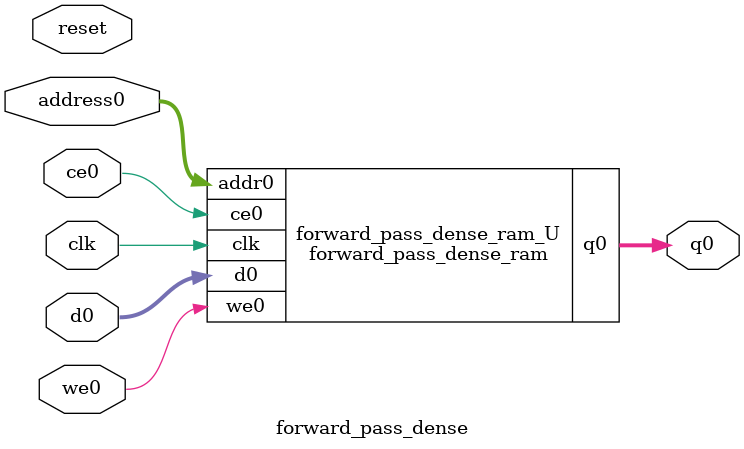
<source format=v>
`timescale 1 ns / 1 ps
module forward_pass_dense_ram (addr0, ce0, d0, we0, q0,  clk);

parameter DWIDTH = 16;
parameter AWIDTH = 4;
parameter MEM_SIZE = 10;

input[AWIDTH-1:0] addr0;
input ce0;
input[DWIDTH-1:0] d0;
input we0;
output reg[DWIDTH-1:0] q0;
input clk;

(* ram_style = "distributed" *)reg [DWIDTH-1:0] ram[0:MEM_SIZE-1];




always @(posedge clk)  
begin 
    if (ce0) 
    begin
        if (we0) 
        begin 
            ram[addr0] <= d0; 
        end 
        q0 <= ram[addr0];
    end
end


endmodule

`timescale 1 ns / 1 ps
module forward_pass_dense(
    reset,
    clk,
    address0,
    ce0,
    we0,
    d0,
    q0);

parameter DataWidth = 32'd16;
parameter AddressRange = 32'd10;
parameter AddressWidth = 32'd4;
input reset;
input clk;
input[AddressWidth - 1:0] address0;
input ce0;
input we0;
input[DataWidth - 1:0] d0;
output[DataWidth - 1:0] q0;



forward_pass_dense_ram forward_pass_dense_ram_U(
    .clk( clk ),
    .addr0( address0 ),
    .ce0( ce0 ),
    .we0( we0 ),
    .d0( d0 ),
    .q0( q0 ));

endmodule


</source>
